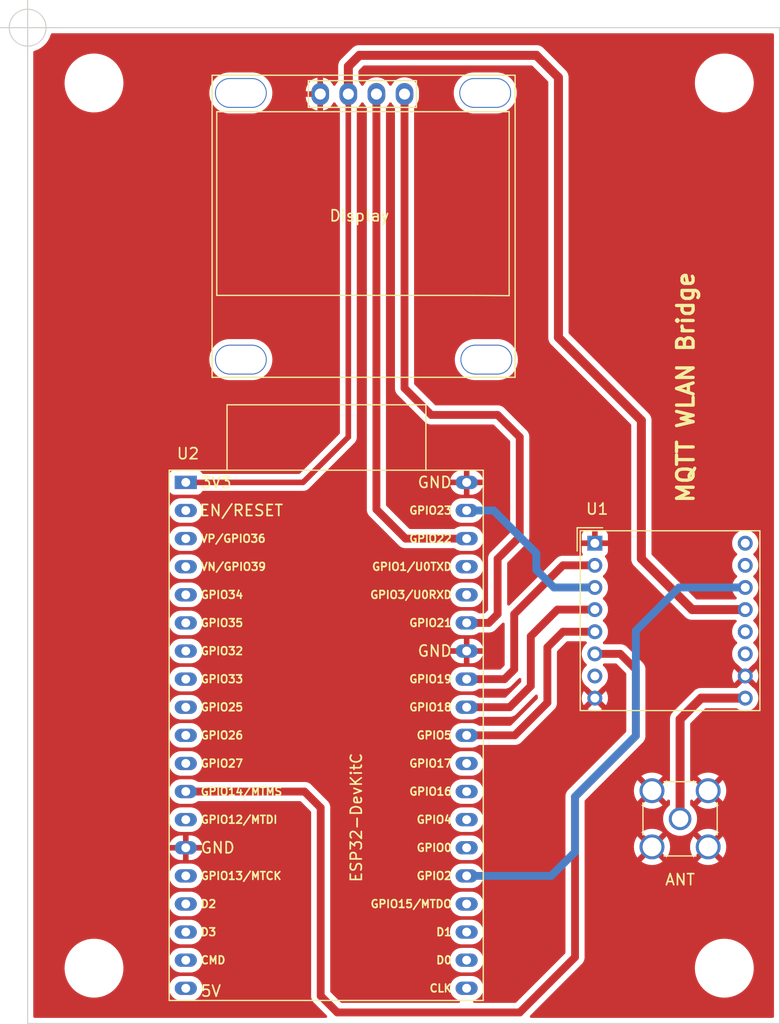
<source format=kicad_pcb>
(kicad_pcb (version 20211014) (generator pcbnew)
  (layers (0 "F.Cu" signal) (31 "B.Cu" signal) (34 "B.Paste" user) (35 "F.Paste" user) (36 "B.SilkS" user "B.Silkscreen") (37 "F.SilkS" user "F.Silkscreen") (38 "B.Mask" user) (39 "F.Mask" user) (44 "Edge.Cuts" user))
  (net 0 "")
  (net 1 "GND")
  (net 3 "+3.3V")
  (net 4 "MISO")
  (net 7 "MOSI")
  (net 8 "CLK")
  (net 11 "NSS")
  (net 28 "DI0")
  (net 29 "SDA")
  (net 33 "SCL")
  (net 34 "Net-(U1-Pad6)")
  (net 42 "Net-(J1-Pad1)")
  (footprint "MountingHole:MountingHole_4.3mm_M4" (layer "F.Cu") (at 130 32)
    (fp_text reference "REF**" hide)
    (fp_text value "MountingHole_4.3mm_M4" hide)
    (pad "" np_thru_hole circle (at 0 0) (size 4.3 4.3) (drill 4.3) (layers *.Cu *.Mask))
  )
  (footprint "Connector_Coaxial:SMA_Amphenol_901-144_Vertical" (layer "F.Cu") (at 126 98.5)
    (fp_text reference "ANT" (at 0 5.5) (layer "F.SilkS"))
    (fp_text value "Conn_Coaxial")
    (fp_line (start -3.355 -1.45) (end -3.355 1.45) (layer "F.SilkS") (width 0.12))
    (fp_line (start -1.45 3.355) (end 1.45 3.355) (layer "F.SilkS") (width 0.12))
    (fp_line (start -1.45 -3.355) (end 1.45 -3.355) (layer "F.SilkS") (width 0.12))
    (fp_line (start 3.355 -1.45) (end 3.355 1.45) (layer "F.SilkS") (width 0.12))
    (pad "1" thru_hole circle (at 0 0) (size 2.05 2.05) (drill 1.5) (layers *.Cu *.Mask) (net 42 "Net-(J1-Pad1)"))
    (pad "2" thru_hole circle (at -2.54 -2.54) (size 2.25 2.25) (drill 1.7) (layers *.Cu *.Mask) (net 1 "GND"))
    (pad "2" thru_hole circle (at 2.54 -2.54) (size 2.25 2.25) (drill 1.7) (layers *.Cu *.Mask) (net 1 "GND"))
    (pad "2" thru_hole circle (at 2.54 2.54) (size 2.25 2.25) (drill 1.7) (layers *.Cu *.Mask) (net 1 "GND"))
    (pad "2" thru_hole circle (at -2.54 2.54) (size 2.25 2.25) (drill 1.7) (layers *.Cu *.Mask) (net 1 "GND"))
  )
  (footprint "Espressif:ESP32-DevKitC" (layer "F.Cu") (at 81.3 68.09656)
    (fp_text reference "U2" (at 0.2 -2.59656) (layer "F.SilkS"))
    (fp_text value "ESP32-DevKitC" (at 15.42 30.28688 90) (layer "F.SilkS"))
    (fp_text user "GPIO4" (at 24.13 30.48 unlocked) (layer "F.SilkS") (effects (font (size 0.7 0.7)) (justify right)))
    (fp_text user "3V3" (at 1.27 0 unlocked) (layer "F.SilkS") (effects (justify left)))
    (fp_text user "GPIO26" (at 1.27 22.86 unlocked) (layer "F.SilkS") (effects (font (size 0.7 0.7)) (justify left)))
    (fp_text user "5V" (at 1.26632 45.97128 unlocked) (layer "F.SilkS") (effects (justify left)))
    (fp_text user "D0" (at 24.13 43.18 unlocked) (layer "F.SilkS") (effects (font (size 0.7 0.7)) (justify right)))
    (fp_text user "GPIO2" (at 24.13 35.56 unlocked) (layer "F.SilkS") (effects (font (size 0.7 0.7)) (justify right)))
    (fp_text user "EN/RESET" (at 8.88632 2.53728 unlocked) (layer "F.SilkS") (effects (justify right)))
    (fp_text user "D1" (at 24.13 40.64 unlocked) (layer "F.SilkS") (effects (font (size 0.7 0.7)) (justify right)))
    (fp_text user "GPIO14/MTMS" (at 1.27 27.94 unlocked) (layer "F.SilkS") (effects (font (size 0.7 0.7)) (justify left)))
    (fp_text user "GPIO0" (at 24.13 33.02 unlocked) (layer "F.SilkS") (effects (font (size 0.7 0.7)) (justify right)))
    (fp_text user "GPIO12/MTDI" (at 1.27 30.48 unlocked) (layer "F.SilkS") (effects (font (size 0.7 0.7)) (justify left)))
    (fp_text user "GPIO18" (at 24.13 20.32 unlocked) (layer "F.SilkS") (effects (font (size 0.7 0.7)) (justify right)))
    (fp_text user "GPIO5" (at 24.13 22.86 unlocked) (layer "F.SilkS") (effects (font (size 0.7 0.7)) (justify right)))
    (fp_text user "GPIO16" (at 24.13 27.94 unlocked) (layer "F.SilkS") (effects (font (size 0.7 0.7)) (justify right)))
    (fp_text user "CLK" (at 24.13 45.72 unlocked) (layer "F.SilkS") (effects (font (size 0.7 0.7)) (justify right)))
    (fp_text user "GND" (at 24.13 0 unlocked) (layer "F.SilkS") (effects (justify right)))
    (fp_text user "GPIO22" (at 24.13 5.08 unlocked) (layer "F.SilkS") (effects (font (size 0.7 0.7)) (justify right)))
    (fp_text user "GPIO27" (at 1.27 25.4 unlocked) (layer "F.SilkS") (effects (font (size 0.7 0.7)) (justify left)))
    (fp_text user "GPIO23" (at 24.13 2.54 unlocked) (layer "F.SilkS") (effects (font (size 0.7 0.7)) (justify right)))
    (fp_text user "CMD" (at 1.27 43.18 unlocked) (layer "F.SilkS") (effects (font (size 0.7 0.7)) (justify left)))
    (fp_text user "GPIO1/U0TXD" (at 24.13 7.62 unlocked) (layer "F.SilkS") (effects (font (size 0.7 0.7)) (justify right)))
    (fp_text user "GPIO3/U0RXD" (at 24.13 10.16 unlocked) (layer "F.SilkS") (effects (font (size 0.7 0.7)) (justify right)))
    (fp_text user "GPIO17" (at 24.13 25.4 unlocked) (layer "F.SilkS") (effects (font (size 0.7 0.7)) (justify right)))
    (fp_text user "GPIO13/MTCK" (at 1.27 35.56 unlocked) (layer "F.SilkS") (effects (font (size 0.7 0.7)) (justify left)))
    (fp_text user "D2" (at 1.27 38.1 unlocked) (layer "F.SilkS") (effects (font (size 0.7 0.7)) (justify left)))
    (fp_text user "VP/GPIO36" (at 1.27 5.08 unlocked) (layer "F.SilkS") (effects (font (size 0.7 0.7)) (justify left)))
    (fp_text user "GPIO25" (at 1.27 20.32 unlocked) (layer "F.SilkS") (effects (font (size 0.7 0.7)) (justify left)))
    (fp_text user "GPIO32" (at 1.27 15.24 unlocked) (layer "F.SilkS") (effects (font (size 0.7 0.7)) (justify left)))
    (fp_text user "GPIO15/MTDO" (at 24.13 38.1 unlocked) (layer "F.SilkS") (effects (font (size 0.7 0.7)) (justify right)))
    (fp_text user "GPIO19" (at 24.13 17.78 unlocked) (layer "F.SilkS") (effects (font (size 0.7 0.7)) (justify right)))
    (fp_text user "GPIO34" (at 1.27 10.16 unlocked) (layer "F.SilkS") (effects (font (size 0.7 0.7)) (justify left)))
    (fp_text user "GPIO21" (at 24.13 12.7 unlocked) (layer "F.SilkS") (effects (font (size 0.7 0.7)) (justify right)))
    (fp_text user "GND" (at 24.13 15.24 unlocked) (layer "F.SilkS") (effects (justify right)))
    (fp_text user "GND" (at 1.27 33.02 unlocked) (layer "F.SilkS") (effects (justify left)))
    (fp_text user "GPIO33" (at 1.27 17.78 unlocked) (layer "F.SilkS") (effects (font (size 0.7 0.7)) (justify left)))
    (fp_text user "GPIO35" (at 1.27 12.7 unlocked) (layer "F.SilkS") (effects (font (size 0.7 0.7)) (justify left)))
    (fp_text user "VN/GPIO39" (at 1.27 7.62 unlocked) (layer "F.SilkS") (effects (font (size 0.7 0.7)) (justify left)))
    (fp_text user "D3" (at 1.27 40.64 unlocked) (layer "F.SilkS") (effects (font (size 0.7 0.7)) (justify left)))
    (fp_line (start 26.9 -1.1) (end -1.499999 -1.1) (layer "F.SilkS") (width 0.12))
    (fp_line (start 21.71332 -7.01312) (end 21.71332 -1.12032) (layer "F.SilkS") (width 0.12))
    (fp_line (start -1.499999 -1.1) (end -1.5 46.82) (layer "F.SilkS") (width 0.12))
    (fp_line (start 3.73012 -7.01312) (end 21.71332 -7.01312) (layer "F.SilkS") (width 0.12))
    (fp_line (start -1.5 46.82) (end 26.899999 46.82) (layer "F.SilkS") (width 0.12))
    (fp_line (start 26.899999 46.82) (end 26.9 -1.1) (layer "F.SilkS") (width 0.12))
    (fp_line (start 3.73012 -1.12032) (end 3.73012 -7.01312) (layer "F.SilkS") (width 0.12))
    (pad "1" thru_hole rect (at 0 0 270) (size 1.2 2) (drill 0.8) (layers *.Cu *.Mask) (net 3 "+3.3V"))
    (pad "2" thru_hole oval (at 0 2.54 270) (size 1.2 2) (drill 0.8) (layers *.Cu *.Mask))
    (pad "3" thru_hole oval (at 0 5.08 270) (size 1.2 2) (drill 0.8) (layers *.Cu *.Mask))
    (pad "4" thru_hole oval (at 0 7.62 270) (size 1.2 2) (drill 0.8) (layers *.Cu *.Mask))
    (pad "5" thru_hole oval (at 0 10.16 270) (size 1.2 2) (drill 0.8) (layers *.Cu *.Mask))
    (pad "6" thru_hole oval (at 0 12.7 270) (size 1.2 2) (drill 0.8) (layers *.Cu *.Mask))
    (pad "7" thru_hole oval (at 0 15.24 270) (size 1.2 2) (drill 0.8) (layers *.Cu *.Mask))
    (pad "8" thru_hole oval (at 0 17.78 270) (size 1.2 2) (drill 0.8) (layers *.Cu *.Mask))
    (pad "9" thru_hole oval (at 0 20.32 270) (size 1.2 2) (drill 0.8) (layers *.Cu *.Mask))
    (pad "10" thru_hole oval (at 0 22.86 270) (size 1.2 2) (drill 0.8) (layers *.Cu *.Mask))
    (pad "11" thru_hole oval (at 0 25.4 270) (size 1.2 2) (drill 0.8) (layers *.Cu *.Mask))
    (pad "12" thru_hole oval (at 0 27.94 270) (size 1.2 2) (drill 0.8) (layers *.Cu *.Mask) (net 34 "Net-(U1-Pad6)"))
    (pad "13" thru_hole oval (at 0 30.48 270) (size 1.2 2) (drill 0.8) (layers *.Cu *.Mask))
    (pad "14" thru_hole oval (at 0 33.02 270) (size 1.2 2) (drill 0.8) (layers *.Cu *.Mask) (net 1 "GND"))
    (pad "15" thru_hole oval (at 0 35.56 270) (size 1.2 2) (drill 0.8) (layers *.Cu *.Mask))
    (pad "16" thru_hole oval (at 0 38.1 270) (size 1.2 2) (drill 0.8) (layers *.Cu *.Mask))
    (pad "17" thru_hole oval (at 0 40.64 270) (size 1.2 2) (drill 0.8) (layers *.Cu *.Mask))
    (pad "18" thru_hole oval (at 0 43.18 270) (size 1.2 2) (drill 0.8) (layers *.Cu *.Mask))
    (pad "19" thru_hole oval (at 0 45.72 270) (size 1.2 2) (drill 0.8) (layers *.Cu *.Mask))
    (pad "20" thru_hole oval (at 25.39632 45.71728 270) (size 1.2 2) (drill 0.8) (layers *.Cu *.Mask))
    (pad "21" thru_hole oval (at 25.39632 43.17728 270) (size 1.2 2) (drill 0.8) (layers *.Cu *.Mask))
    (pad "22" thru_hole oval (at 25.4 40.64 270) (size 1.2 2) (drill 0.8) (layers *.Cu *.Mask))
    (pad "23" thru_hole oval (at 25.4 38.1 270) (size 1.2 2) (drill 0.8) (layers *.Cu *.Mask))
    (pad "24" thru_hole oval (at 25.4 35.56 270) (size 1.2 2) (drill 0.8) (layers *.Cu *.Mask) (net 28 "DI0"))
    (pad "25" thru_hole oval (at 25.4 33.02 270) (size 1.2 2) (drill 0.8) (layers *.Cu *.Mask))
    (pad "26" thru_hole oval (at 25.4 30.48 270) (size 1.2 2) (drill 0.8) (layers *.Cu *.Mask))
    (pad "27" thru_hole oval (at 25.4 27.94 270) (size 1.2 2) (drill 0.8) (layers *.Cu *.Mask))
    (pad "28" thru_hole oval (at 25.4 25.4 270) (size 1.2 2) (drill 0.8) (layers *.Cu *.Mask))
    (pad "29" thru_hole oval (at 25.4 22.86 270) (size 1.2 2) (drill 0.8) (layers *.Cu *.Mask) (net 11 "NSS"))
    (pad "30" thru_hole oval (at 25.4 20.32 270) (size 1.2 2) (drill 0.8) (layers *.Cu *.Mask) (net 8 "CLK"))
    (pad "31" thru_hole oval (at 25.4 17.78 270) (size 1.2 2) (drill 0.8) (layers *.Cu *.Mask) (net 4 "MISO"))
    (pad "32" thru_hole oval (at 25.4 15.24 270) (size 1.2 2) (drill 0.8) (layers *.Cu *.Mask) (net 1 "GND"))
    (pad "33" thru_hole oval (at 25.4 12.7 270) (size 1.2 2) (drill 0.8) (layers *.Cu *.Mask) (net 29 "SDA"))
    (pad "34" thru_hole oval (at 25.4 10.16 270) (size 1.2 2) (drill 0.8) (layers *.Cu *.Mask))
    (pad "35" thru_hole oval (at 25.4 7.62 270) (size 1.2 2) (drill 0.8) (layers *.Cu *.Mask))
    (pad "36" thru_hole oval (at 25.4 5.08 270) (size 1.2 2) (drill 0.8) (layers *.Cu *.Mask) (net 33 "SCL"))
    (pad "37" thru_hole oval (at 25.4 2.54 270) (size 1.2 2) (drill 0.8) (layers *.Cu *.Mask) (net 7 "MOSI"))
    (pad "38" thru_hole oval (at 25.4 0 270) (size 1.2 2) (drill 0.8) (layers *.Cu *.Mask) (net 1 "GND"))
  )
  (footprint "MountingHole:MountingHole_4.3mm_M4" (layer "F.Cu") (at 73 112)
    (fp_text reference "REF**" hide)
    (fp_text value "MountingHole_4.3mm_M4" hide)
    (pad "" np_thru_hole circle (at 0 0) (size 4.3 4.3) (drill 4.3) (layers *.Cu *.Mask))
  )
  (footprint "SSD1306:128x64OLED" (layer "F.Cu") (at 97.08 43.6)
    (fp_text reference "Display" (at -0.08 0.4) (layer "F.SilkS"))
    (fp_text value "SSD1306")
    (fp_line (start -4.699 -11.811) (end 5.08 -11.811) (layer "F.SilkS") (width 0.12))
    (fp_line (start -13.4 -12.3) (end 14 -12.3) (layer "F.SilkS") (width 0.12))
    (fp_line (start 10.122 -9.005) (end 13.208 -9.005) (layer "F.SilkS") (width 0.12))
    (fp_line (start 10.122 7.595) (end -12.978 7.595) (layer "F.SilkS") (width 0.12))
    (fp_line (start 13.462 7.62) (end 13.462 -9.017) (layer "F.SilkS") (width 0.12))
    (fp_line (start 5.08 -11.811) (end 5.08 -9.398) (layer "F.SilkS") (width 0.12))
    (fp_line (start 14 -12.3) (end 14 15) (layer "F.SilkS") (width 0.12))
    (fp_line (start 5.08 -9.398) (end -4.699 -9.398) (layer "F.SilkS") (width 0.12))
    (fp_line (start -12.978 -9.005) (end 10.122 -9.005) (layer "F.SilkS") (width 0.12))
    (fp_line (start 13.462 -9.017) (end 13.208 -9.005) (layer "F.SilkS") (width 0.12))
    (fp_line (start -13.4 15) (end -13.4 -12.3) (layer "F.SilkS") (width 0.12))
    (fp_line (start 10.122 7.595) (end 13.462 7.62) (layer "F.SilkS") (width 0.12))
    (fp_line (start -12.978 7.595) (end -12.978 -9.005) (layer "F.SilkS") (width 0.12))
    (fp_line (start -4.699 -11.811) (end -4.699 -9.398) (layer "F.SilkS") (width 0.12))
    (fp_line (start 14 15) (end -13.4 15) (layer "F.SilkS") (width 0.12))
    (pad "" thru_hole oval locked (at 11.3 -10.7 180) (size 4.68 2.69) (drill oval 4.5 2.5) (layers *.Cu *.Mask))
    (pad "" thru_hole oval locked (at 11.4 13.4 180) (size 4.68 2.69) (drill oval 4.5 2.5) (layers *.Cu *.Mask))
    (pad "" thru_hole oval locked (at -10.8 13.4 180) (size 4.68 2.69) (drill oval 4.5 2.5) (layers *.Cu *.Mask))
    (pad "" thru_hole oval locked (at -10.8 -10.7 180) (size 4.68 2.69) (drill oval 4.5 2.5) (layers *.Cu *.Mask))
    (pad "1" thru_hole oval locked (at -3.62 -10.6 90) (size 2 1.6) (drill 1) (layers *.Cu *.Mask) (net 1 "GND"))
    (pad "2" thru_hole oval locked (at -1.08 -10.6 90) (size 2 1.6) (drill 1) (layers *.Cu *.Mask) (net 3 "+3.3V"))
    (pad "3" thru_hole oval locked (at 1.46 -10.6 90) (size 2 1.6) (drill 1) (layers *.Cu *.Mask) (net 33 "SCL"))
    (pad "4" thru_hole oval locked (at 4 -10.6 90) (size 2 1.6) (drill 1) (layers *.Cu *.Mask) (net 29 "SDA"))
  )
  (footprint "RF_Module:HOPERF_RFM9XW_THT" (layer "F.Cu") (at 118.2925 73.5925)
    (fp_text reference "U1" (at 0.2075 -3.0925) (layer "F.SilkS"))
    (fp_text value "RFM95W-868S2")
    (fp_line (start -1.6 0.7) (end -1.6 -1.4) (layer "F.SilkS") (width 0.12))
    (fp_line (start 14.925 15.125) (end -1.325 15.125) (layer "F.SilkS") (width 0.12))
    (fp_line (start -1.6 -1.4) (end 0.7 -1.4) (layer "F.SilkS") (width 0.12))
    (fp_line (start -1.325 -1.125) (end 14.925 -1.125) (layer "F.SilkS") (width 0.12))
    (fp_line (start -1.325 15.125) (end -1.325 -1.125) (layer "F.SilkS") (width 0.12))
    (fp_line (start 14.925 -1.125) (end 14.925 15.125) (layer "F.SilkS") (width 0.12))
    (pad "1" thru_hole rect locked (at 0 0) (size 1.35 1.35) (drill 0.8) (layers *.Cu *.Mask) (net 1 "GND"))
    (pad "2" thru_hole circle locked (at 0 2) (size 1.35 1.35) (drill 0.8) (layers *.Cu *.Mask) (net 4 "MISO"))
    (pad "3" thru_hole circle locked (at 0 4) (size 1.35 1.35) (drill 0.8) (layers *.Cu *.Mask) (net 7 "MOSI"))
    (pad "4" thru_hole circle locked (at 0 6) (size 1.35 1.35) (drill 0.8) (layers *.Cu *.Mask) (net 8 "CLK"))
    (pad "5" thru_hole circle locked (at 0 8) (size 1.35 1.35) (drill 0.8) (layers *.Cu *.Mask) (net 11 "NSS"))
    (pad "6" thru_hole circle locked (at 0 10) (size 1.35 1.35) (drill 0.8) (layers *.Cu *.Mask) (net 34 "Net-(U1-Pad6)"))
    (pad "7" thru_hole circle locked (at 0 12) (size 1.35 1.35) (drill 0.8) (layers *.Cu *.Mask))
    (pad "8" thru_hole circle locked (at 0 14) (size 1.35 1.35) (drill 0.8) (layers *.Cu *.Mask) (net 1 "GND"))
    (pad "9" thru_hole circle locked (at 13.6 14) (size 1.35 1.35) (drill 0.8) (layers *.Cu *.Mask) (net 42 "Net-(J1-Pad1)"))
    (pad "10" thru_hole circle locked (at 13.6 12) (size 1.35 1.35) (drill 0.8) (layers *.Cu *.Mask) (net 1 "GND"))
    (pad "11" thru_hole circle locked (at 13.6 10) (size 1.35 1.35) (drill 0.8) (layers *.Cu *.Mask))
    (pad "12" thru_hole circle locked (at 13.6 8) (size 1.35 1.35) (drill 0.8) (layers *.Cu *.Mask))
    (pad "13" thru_hole circle locked (at 13.6 6) (size 1.35 1.35) (drill 0.8) (layers *.Cu *.Mask) (net 3 "+3.3V"))
    (pad "14" thru_hole circle locked (at 13.6 4) (size 1.35 1.35) (drill 0.8) (layers *.Cu *.Mask) (net 28 "DI0"))
    (pad "15" thru_hole circle locked (at 13.6 2) (size 1.35 1.35) (drill 0.8) (layers *.Cu *.Mask))
    (pad "16" thru_hole circle locked (at 13.6 0) (size 1.35 1.35) (drill 0.8) (layers *.Cu *.Mask))
  )
  (footprint "MountingHole:MountingHole_4.3mm_M4" (layer "F.Cu") (at 73 32)
    (fp_text reference "REF**" hide)
    (fp_text value "MountingHole_4.3mm_M4" hide)
    (pad "" np_thru_hole circle (at 0 0) (size 4.3 4.3) (drill 4.3) (layers *.Cu *.Mask))
  )
  (footprint "MountingHole:MountingHole_4.3mm_M4" (layer "F.Cu") (at 130 112)
    (fp_text reference "REF**" hide)
    (fp_text value "MountingHole_4.3mm_M4" hide)
    (pad "" np_thru_hole circle (at 0 0) (size 4.3 4.3) (drill 4.3) (layers *.Cu *.Mask))
  )
  (gr_poly (pts (xy 135 117) (xy 67 117) (xy 67 27) (xy 135 27)) (layer "Edge.Cuts") (width 0.1) (fill none))
  (gr_text "MQTT WLAN Bridge" (at 126.5 59.5 90) (layer "F.SilkS") (effects (font (size 1.5 1.5) (thickness 0.3))))
  (target plus (at 67 27) (size 5) (width 0.1) (layer "Edge.Cuts"))
  (segment (start 131.8925 79.5925) (end 127.0925 79.5925) (width 0.8128) (layer "F.Cu") (net 3))
  (segment (start 96 30.5) (end 96 33) (width 0.8128) (layer "F.Cu") (net 3))
  (segment (start 122.5 75) (end 122.5 62.5) (width 0.8128) (layer "F.Cu") (net 3))
  (segment (start 97 29.5) (end 96 30.5) (width 0.8128) (layer "F.Cu") (net 3))
  (segment (start 96 33) (end 96 64) (width 0.508) (layer "F.Cu") (net 3))
  (segment (start 127.0925 79.5925) (end 122.5 75) (width 0.8128) (layer "F.Cu") (net 3))
  (segment (start 122.5 62.5) (end 115 55) (width 0.8128) (layer "F.Cu") (net 3))
  (segment (start 113 29.5) (end 97 29.5) (width 0.8128) (layer "F.Cu") (net 3))
  (segment (start 96 64) (end 91.90344 68.09656) (width 0.508) (layer "F.Cu") (net 3))
  (segment (start 115 55) (end 115 31.5) (width 0.8128) (layer "F.Cu") (net 3))
  (segment (start 115 31.5) (end 113 29.5) (width 0.8128) (layer "F.Cu") (net 3))
  (segment (start 91.90344 68.09656) (end 81.3 68.09656) (width 0.508) (layer "F.Cu") (net 3))
  (segment (start 115.4075 75.5925) (end 111 80) (width 0.7112) (layer "F.Cu") (net 4))
  (segment (start 118.2925 75.5925) (end 115.4075 75.5925) (width 0.7112) (layer "F.Cu") (net 4))
  (segment (start 111 80) (end 111 85) (width 0.7112) (layer "F.Cu") (net 4))
  (segment (start 110.12344 85.87656) (end 106.7 85.87656) (width 0.7112) (layer "F.Cu") (net 4))
  (segment (start 111 85) (end 110.12344 85.87656) (width 0.7112) (layer "F.Cu") (net 4))
  (segment (start 109.13656 70.63656) (end 113 74.5) (width 0.7112) (layer "B.Cu") (net 7))
  (segment (start 114.5925 77.5925) (end 113 76) (width 0.7112) (layer "B.Cu") (net 7))
  (segment (start 106.7 70.63656) (end 109.13656 70.63656) (width 0.7112) (layer "B.Cu") (net 7))
  (segment (start 113 74.5) (end 113 76) (width 0.7112) (layer "B.Cu") (net 7))
  (segment (start 118.2925 77.5925) (end 114.5925 77.5925) (width 0.7112) (layer "B.Cu") (net 7))
  (segment (start 112.5 86.5) (end 112.5 82) (width 0.7112) (layer "F.Cu") (net 8))
  (segment (start 112.5 82) (end 114.9075 79.5925) (width 0.7112) (layer "F.Cu") (net 8))
  (segment (start 110.58344 88.41656) (end 112.5 86.5) (width 0.7112) (layer "F.Cu") (net 8))
  (segment (start 106.7 88.41656) (end 110.58344 88.41656) (width 0.7112) (layer "F.Cu") (net 8))
  (segment (start 114.9075 79.5925) (end 118.2925 79.5925) (width 0.7112) (layer "F.Cu") (net 8))
  (segment (start 111.04344 90.95656) (end 106.7 90.95656) (width 0.7112) (layer "F.Cu") (net 11))
  (segment (start 114 83) (end 114 88) (width 0.7112) (layer "F.Cu") (net 11))
  (segment (start 118.2925 81.5925) (end 115.4075 81.5925) (width 0.7112) (layer "F.Cu") (net 11))
  (segment (start 114 88) (end 111.04344 90.95656) (width 0.7112) (layer "F.Cu") (net 11))
  (segment (start 115.4075 81.5925) (end 114 83) (width 0.7112) (layer "F.Cu") (net 11))
  (segment (start 116.5 101.5) (end 114.34344 103.65656) (width 0.7112) (layer "B.Cu") (net 28))
  (segment (start 122 91) (end 116.5 96.5) (width 0.7112) (layer "B.Cu") (net 28))
  (segment (start 116.5 96.5) (end 116.5 101.5) (width 0.7112) (layer "B.Cu") (net 28))
  (segment (start 125.9075 77.5925) (end 122 81.5) (width 0.7112) (layer "B.Cu") (net 28))
  (segment (start 114.34344 103.65656) (end 106.7 103.65656) (width 0.7112) (layer "B.Cu") (net 28))
  (segment (start 131.8925 77.5925) (end 125.9075 77.5925) (width 0.7112) (layer "B.Cu") (net 28))
  (segment (start 122 81.5) (end 122 91) (width 0.7112) (layer "B.Cu") (net 28))
  (segment (start 109.5 75) (end 111.5 73) (width 0.7112) (layer "F.Cu") (net 29))
  (segment (start 111.5 64) (end 109.5 62) (width 0.7112) (layer "F.Cu") (net 29))
  (segment (start 109.5 80) (end 109.5 75) (width 0.7112) (layer "F.Cu") (net 29))
  (segment (start 111.5 73) (end 111.5 64) (width 0.7112) (layer "F.Cu") (net 29))
  (segment (start 106.7 80.79656) (end 108.70344 80.79656) (width 0.7112) (layer "F.Cu") (net 29))
  (segment (start 109.5 62) (end 103.5 62) (width 0.7112) (layer "F.Cu") (net 29))
  (segment (start 101.08 59.58) (end 101.08 33) (width 0.7112) (layer "F.Cu") (net 29))
  (segment (start 103.5 62) (end 101.08 59.58) (width 0.7112) (layer "F.Cu") (net 29))
  (segment (start 108.70344 80.79656) (end 109.5 80) (width 0.7112) (layer "F.Cu") (net 29))
  (segment (start 101.17656 73.17656) (end 98.54 70.54) (width 0.7112) (layer "F.Cu") (net 33))
  (segment (start 98.54 70.54) (end 98.54 33) (width 0.7112) (layer "F.Cu") (net 33))
  (segment (start 106.7 73.17656) (end 101.17656 73.17656) (width 0.7112) (layer "F.Cu") (net 33))
  (segment (start 95 116) (end 93.5 114.5) (width 0.7112) (layer "F.Cu") (net 34))
  (segment (start 116.5 96.5) (end 116.5 111) (width 0.7112) (layer "F.Cu") (net 34))
  (segment (start 118.2925 83.5925) (end 120.5925 83.5925) (width 0.7112) (layer "F.Cu") (net 34))
  (segment (start 120.5925 83.5925) (end 122 85) (width 0.7112) (layer "F.Cu") (net 34))
  (segment (start 122 91) (end 116.5 96.5) (width 0.7112) (layer "F.Cu") (net 34))
  (segment (start 93.5 97.5) (end 92.03656 96.03656) (width 0.7112) (layer "F.Cu") (net 34))
  (segment (start 116.5 111) (end 111.5 116) (width 0.7112) (layer "F.Cu") (net 34))
  (segment (start 93.5 114.5) (end 93.5 97.5) (width 0.7112) (layer "F.Cu") (net 34))
  (segment (start 92.03656 96.03656) (end 81.3 96.03656) (width 0.7112) (layer "F.Cu") (net 34))
  (segment (start 111.5 116) (end 95 116) (width 0.7112) (layer "F.Cu") (net 34))
  (segment (start 122 85) (end 122 91) (width 0.7112) (layer "F.Cu") (net 34))
  (segment (start 131.8925 87.5925) (end 127.9075 87.5925) (width 0.8128) (layer "F.Cu") (net 42))
  (segment (start 127.9075 87.5925) (end 126 89.5) (width 0.8128) (layer "F.Cu") (net 42))
  (segment (start 126 89.5) (end 126 98.5) (width 0.8128) (layer "F.Cu") (net 42))
  (zone (net 1) (net_name "GND") (layer "F.Cu") (connect_pads (clearance 0.508)) (min_thickness 0.254) (fill yes (thermal_gap 0.508) (thermal_bridge_width 0.508))
    (polygon (pts (xy 135 117) (xy 67 117) (xy 67 27) (xy 135 27)))
  )
)
</source>
